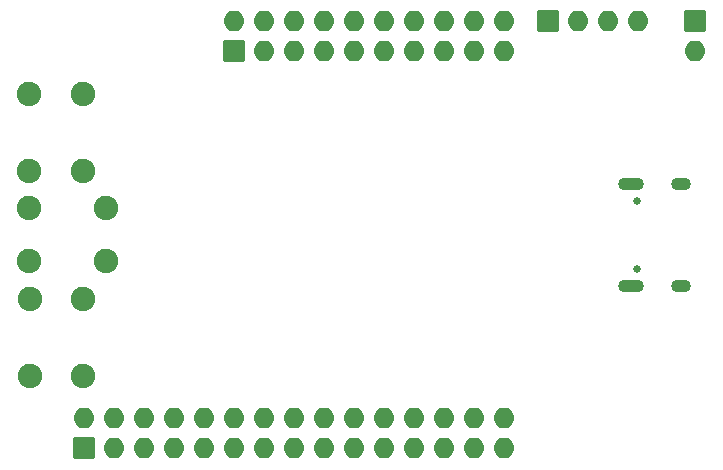
<source format=gbr>
%TF.GenerationSoftware,KiCad,Pcbnew,8.0.7*%
%TF.CreationDate,2024-12-25T08:40:24+02:00*%
%TF.ProjectId,STM32F405RGT6_BlackPill,53544d33-3246-4343-9035-524754365f42,rev?*%
%TF.SameCoordinates,Original*%
%TF.FileFunction,Soldermask,Bot*%
%TF.FilePolarity,Negative*%
%FSLAX46Y46*%
G04 Gerber Fmt 4.6, Leading zero omitted, Abs format (unit mm)*
G04 Created by KiCad (PCBNEW 8.0.7) date 2024-12-25 08:40:24*
%MOMM*%
%LPD*%
G01*
G04 APERTURE LIST*
G04 Aperture macros list*
%AMRoundRect*
0 Rectangle with rounded corners*
0 $1 Rounding radius*
0 $2 $3 $4 $5 $6 $7 $8 $9 X,Y pos of 4 corners*
0 Add a 4 corners polygon primitive as box body*
4,1,4,$2,$3,$4,$5,$6,$7,$8,$9,$2,$3,0*
0 Add four circle primitives for the rounded corners*
1,1,$1+$1,$2,$3*
1,1,$1+$1,$4,$5*
1,1,$1+$1,$6,$7*
1,1,$1+$1,$8,$9*
0 Add four rect primitives between the rounded corners*
20,1,$1+$1,$2,$3,$4,$5,0*
20,1,$1+$1,$4,$5,$6,$7,0*
20,1,$1+$1,$6,$7,$8,$9,0*
20,1,$1+$1,$8,$9,$2,$3,0*%
G04 Aperture macros list end*
%ADD10RoundRect,0.038000X-0.850000X-0.850000X0.850000X-0.850000X0.850000X0.850000X-0.850000X0.850000X0*%
%ADD11O,1.776000X1.776000*%
%ADD12C,2.076000*%
%ADD13RoundRect,0.038000X0.850000X-0.850000X0.850000X0.850000X-0.850000X0.850000X-0.850000X-0.850000X0*%
%ADD14C,0.650000*%
%ADD15O,2.176000X1.076000*%
%ADD16O,1.676000X1.076000*%
G04 APERTURE END LIST*
D10*
%TO.C,J103*%
X136100000Y-36900000D03*
D11*
X136100000Y-39440000D03*
%TD*%
D12*
%TO.C,SW102*%
X79750000Y-52700000D03*
X86250000Y-52700000D03*
X79750000Y-57200000D03*
X86250000Y-57200000D03*
%TD*%
%TO.C,SW100*%
X84250000Y-43050000D03*
X84250000Y-49550000D03*
X79750000Y-43050000D03*
X79750000Y-49550000D03*
%TD*%
%TO.C,SW101*%
X79800000Y-66900000D03*
X79800000Y-60400000D03*
X84300000Y-66900000D03*
X84300000Y-60400000D03*
%TD*%
D13*
%TO.C,J100*%
X123620000Y-36900000D03*
D11*
X126160000Y-36900000D03*
X128700000Y-36900000D03*
X131240000Y-36900000D03*
%TD*%
D14*
%TO.C,J200*%
X131195000Y-57890000D03*
X131195000Y-52110000D03*
D15*
X130695000Y-59320000D03*
D16*
X134875000Y-59320000D03*
D15*
X130695000Y-50680000D03*
D16*
X134875000Y-50680000D03*
%TD*%
D13*
%TO.C,J102*%
X97040000Y-39440000D03*
D11*
X97040000Y-36900000D03*
X99580000Y-39440000D03*
X99580000Y-36900000D03*
X102120000Y-39440000D03*
X102120000Y-36900000D03*
X104660000Y-39440000D03*
X104660000Y-36900000D03*
X107200000Y-39440000D03*
X107200000Y-36900000D03*
X109740000Y-39440000D03*
X109740000Y-36900000D03*
X112280000Y-39440000D03*
X112280000Y-36900000D03*
X114820000Y-39440000D03*
X114820000Y-36900000D03*
X117360000Y-39440000D03*
X117360000Y-36900000D03*
X119900000Y-39440000D03*
X119900000Y-36900000D03*
%TD*%
D13*
%TO.C,J101*%
X84380000Y-73040000D03*
D11*
X84380000Y-70500000D03*
X86920000Y-73040000D03*
X86920000Y-70500000D03*
X89460000Y-73040000D03*
X89460000Y-70500000D03*
X92000000Y-73040000D03*
X92000000Y-70500000D03*
X94540000Y-73040000D03*
X94540000Y-70500000D03*
X97080000Y-73040000D03*
X97080000Y-70500000D03*
X99620000Y-73040000D03*
X99620000Y-70500000D03*
X102160000Y-73040000D03*
X102160000Y-70500000D03*
X104700000Y-73040000D03*
X104700000Y-70500000D03*
X107240000Y-73040000D03*
X107240000Y-70500000D03*
X109780000Y-73040000D03*
X109780000Y-70500000D03*
X112320000Y-73040000D03*
X112320000Y-70500000D03*
X114860000Y-73040000D03*
X114860000Y-70500000D03*
X117400000Y-73040000D03*
X117400000Y-70500000D03*
X119940000Y-73040000D03*
X119940000Y-70500000D03*
%TD*%
M02*

</source>
